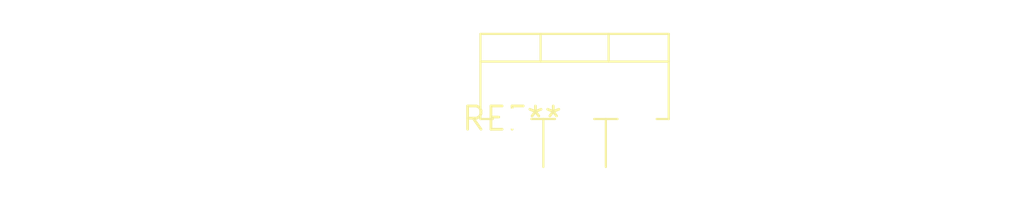
<source format=kicad_pcb>
(kicad_pcb (version 20240108) (generator pcbnew)
  (layers (0 "F.Cu" signal) (31 "B.Cu" signal) (34 "B.Paste" user) (35 "F.Paste" user) (36 "B.SilkS" user "B.Silkscreen") (37 "F.SilkS" user "F.Silkscreen") (38 "B.Mask" user) (39 "F.Mask" user) (44 "Edge.Cuts" user))
  (net 0 "")
  (footprint "TO-220-5_P3.4x3.7mm_StaggerEven_Lead3.8mm_Vertical" (layer "F.Cu") (at 0 0)
    (property "Reference" "REF**")
    (property "Value" "TO-220-5_P3.4x3.7mm_StaggerEven_Lead3.8mm_Vertical")
    (fp_line (start -1.721 -4.62) (end -1.721 0.021) (layer "F.SilkS") (stroke (width 0.12)))
    (fp_line (start -1.721 -4.62) (end 8.52 -4.62) (layer "F.SilkS") (stroke (width 0.12)))
    (fp_line (start -1.721 -3.111) (end 8.52 -3.111) (layer "F.SilkS") (stroke (width 0.12)))
    (fp_line (start -1.721 0.021) (end -1.05 0.021) (layer "F.SilkS") (stroke (width 0.12)))
    (fp_line (start 1.05 0.021) (end 2.335 0.021) (layer "F.SilkS") (stroke (width 0.12)))
    (fp_line (start 1.55 -4.62) (end 1.55 -3.111) (layer "F.SilkS") (stroke (width 0.12)))
    (fp_line (start 1.7 0.021) (end 1.7 2.635) (layer "F.SilkS") (stroke (width 0.12)))
    (fp_line (start 4.465 0.021) (end 5.735 0.021) (layer "F.SilkS") (stroke (width 0.12)))
    (fp_line (start 5.1 0.021) (end 5.1 2.635) (layer "F.SilkS") (stroke (width 0.12)))
    (fp_line (start 5.25 -4.62) (end 5.25 -3.111) (layer "F.SilkS") (stroke (width 0.12)))
    (fp_line (start 7.865 0.021) (end 8.52 0.021) (layer "F.SilkS") (stroke (width 0.12)))
    (fp_line (start 8.52 -4.62) (end 8.52 0.021) (layer "F.SilkS") (stroke (width 0.12)))
    (pad "1" thru_hole rect (at 0 0) (size 1.8 1.8) (drill 1.1) (layers *.Cu *.Mask) (remove_unused_layers))
    (pad "2" thru_hole oval (at 1.7 3.7) (size 1.8 1.8) (drill 1.1) (layers *.Cu *.Mask) (remove_unused_layers))
    (pad "3" thru_hole oval (at 3.4 0) (size 1.8 1.8) (drill 1.1) (layers *.Cu *.Mask) (remove_unused_layers))
    (pad "4" thru_hole oval (at 5.1 3.7) (size 1.8 1.8) (drill 1.1) (layers *.Cu *.Mask) (remove_unused_layers))
    (pad "5" thru_hole oval (at 6.8 0) (size 1.8 1.8) (drill 1.1) (layers *.Cu *.Mask) (remove_unused_layers))
  )
)
</source>
